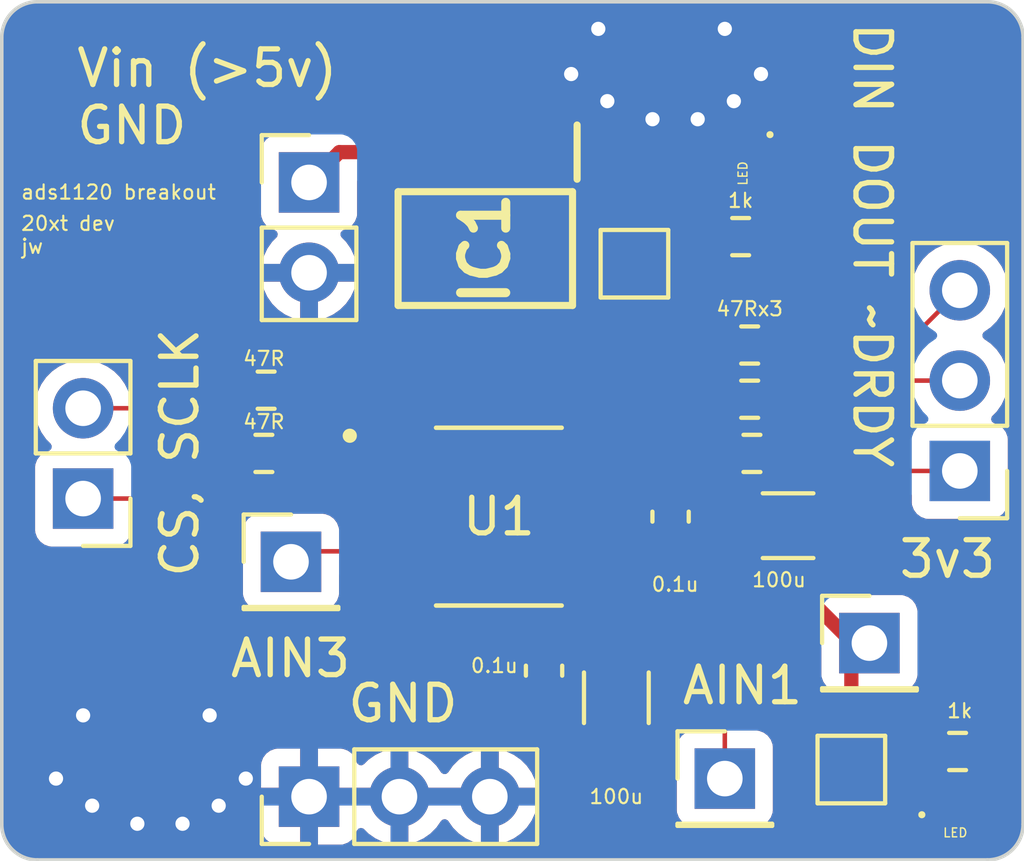
<source format=kicad_pcb>
(kicad_pcb (version 20221018) (generator pcbnew)
  (layers (0 "F.Cu" signal) (31 "B.Cu" signal) (34 "B.Paste" user) (35 "F.Paste" user) (36 "B.SilkS" user "B.Silkscreen") (37 "F.SilkS" user "F.Silkscreen") (38 "B.Mask" user) (39 "F.Mask" user) (44 "Edge.Cuts" user))
  (net 0 "")
  (net 1 "2.5v")
  (net 2 "GND")
  (net 6 "Vin")
  (net 10 "Net-(J1-Pin_1)")
  (net 11 "Net-(J1-Pin_2)")
  (net 12 "Net-(J3-Pin_1)")
  (net 13 "Net-(J4-Pin_1)")
  (net 14 "Net-(J5-Pin_1)")
  (net 15 "Net-(J5-Pin_2)")
  (net 16 "DIN")
  (net 17 "Net-(U1-~{CS})")
  (net 18 "Net-(U1-DIN)")
  (net 19 "Net-(U1-SCLK)")
  (net 20 "Net-(U1-~{DRDY})")
  (net 21 "Net-(U1-DOUT{slash}~DRDY)")
  (net 22 "3v3")
  (net 23 "Net-(D1-A)")
  (net 24 "Net-(D2-A)")
  (footprint "Connector_PinHeader_2.54mm:PinHeader_1x03_P2.54mm_Vertical" (layer "F.Cu") (at 137.922 94.488 90)
    (fp_text reference "J7" hide)
    (fp_text value "Conn_01x03" hide)
    (fp_line (start -1.33 -1.33) (end 0 -1.33) (stroke (width 0.12)) (layer "F.SilkS"))
    (fp_line (start -1.33 0) (end -1.33 -1.33) (stroke (width 0.12)) (layer "F.SilkS"))
    (fp_line (start -1.33 1.27) (end -1.33 6.41) (stroke (width 0.12)) (layer "F.SilkS"))
    (fp_line (start -1.33 1.27) (end 1.33 1.27) (stroke (width 0.12)) (layer "F.SilkS"))
    (fp_line (start -1.33 6.41) (end 1.33 6.41) (stroke (width 0.12)) (layer "F.SilkS"))
    (fp_line (start 1.33 1.27) (end 1.33 6.41) (stroke (width 0.12)) (layer "F.SilkS"))
    (pad "1" thru_hole rect (at 0 0 90) (size 1.7 1.7) (drill 1) (layers "*.Cu" "*.Mask") (net 2 "GND"))
    (pad "2" thru_hole oval (at 0 2.54 90) (size 1.7 1.7) (drill 1) (layers "*.Cu" "*.Mask") (net 2 "GND"))
    (pad "3" thru_hole oval (at 0 5.08 90) (size 1.7 1.7) (drill 1) (layers "*.Cu" "*.Mask") (net 2 "GND"))
  )
  (footprint "TestPoint:TestPoint_Pad_1.5x1.5mm" (layer "F.Cu") (at 147.066 79.502)
    (fp_text reference "TP2" hide)
    (fp_text value "TestPoint" hide)
    (fp_line (start -0.95 -0.95) (end 0.95 -0.95) (stroke (width 0.12)) (layer "F.SilkS"))
    (fp_line (start -0.95 0.95) (end -0.95 -0.95) (stroke (width 0.12)) (layer "F.SilkS"))
    (fp_line (start 0.95 -0.95) (end 0.95 0.95) (stroke (width 0.12)) (layer "F.SilkS"))
    (fp_line (start 0.95 0.95) (end -0.95 0.95) (stroke (width 0.12)) (layer "F.SilkS"))
    (pad "1" smd rect (at 0 0) (size 1.5 1.5) (layers "F.Cu" "F.Mask") (net 1 "2.5v"))
  )
  (footprint "Capacitor_SMD:C_1206_3216Metric" (layer "F.Cu") (at 151.384 86.868)
    (fp_text reference "C4" hide)
    (fp_text value "100u" hide)
    (fp_line (start -0.711252 -0.91) (end 0.711252 -0.91) (stroke (width 0.12)) (layer "F.SilkS"))
    (fp_line (start -0.711252 0.91) (end 0.711252 0.91) (stroke (width 0.12)) (layer "F.SilkS"))
    (pad "1" smd roundrect (at -1.475 0) (size 1.15 1.8) (layers "F.Cu" "F.Paste" "F.Mask") (roundrect_rratio 0.2173913043) (net 22 "3v3"))
    (pad "2" smd roundrect (at 1.475 0) (size 1.15 1.8) (layers "F.Cu" "F.Paste" "F.Mask") (roundrect_rratio 0.2173913043) (net 2 "GND"))
  )
  (footprint "Diode_SMD:D_0402_1005Metric" (layer "F.Cu") (at 156.233 94.996)
    (fp_text reference "D1" hide)
    (fp_text value "LED" hide)
    (fp_circle (center -1.09 0) (end -1.04 0) (stroke (width 0.1)) (fill none) (layer "F.SilkS"))
    (pad "1" smd roundrect (at -0.485 0) (size 0.59 0.64) (layers "F.Cu" "F.Paste" "F.Mask") (net 2 "GND"))
    (pad "2" smd roundrect (at 0.485 0) (size 0.59 0.64) (layers "F.Cu" "F.Paste" "F.Mask") (net 23 "Net-(D1-A)"))
  )
  (footprint "Resistor_SMD:R_0603_1608Metric" (layer "F.Cu") (at 136.715 83.058)
    (fp_text reference "R3" hide)
    (fp_text value "47" hide)
    (fp_line (start -0.237258 -0.5225) (end 0.237258 -0.5225) (stroke (width 0.12)) (layer "F.SilkS"))
    (fp_line (start -0.237258 0.5225) (end 0.237258 0.5225) (stroke (width 0.12)) (layer "F.SilkS"))
    (pad "1" smd roundrect (at -0.825 0) (size 0.8 0.95) (layers "F.Cu" "F.Paste" "F.Mask") (net 11 "Net-(J1-Pin_2)"))
    (pad "2" smd roundrect (at 0.825 0) (size 0.8 0.95) (layers "F.Cu" "F.Paste" "F.Mask") (net 19 "Net-(U1-SCLK)"))
  )
  (footprint "wireless_strain_gauge_v2:SOP65P640X120-16N" (layer "F.Cu") (at 143.256 86.614)
    (fp_text reference "U1" (at 0 0) (layer "F.SilkS"))
    (fp_text value "ADS1120IPWR" hide)
    (fp_line (start -1.765 -2.5) (end 1.765 -2.5) (stroke (width 0.127)) (layer "F.SilkS"))
    (fp_line (start 1.765 2.5) (end -1.765 2.5) (stroke (width 0.127)) (layer "F.SilkS"))
    (fp_circle (center -4.19 -2.275) (end -4.09 -2.275) (stroke (width 0.2)) (fill none) (layer "F.SilkS"))
    (pad "1" smd roundrect (at -2.87 -2.275) (size 1.57 0.41) (layers "F.Cu" "F.Paste" "F.Mask") (roundrect_rratio 0.05) (net 19 "Net-(U1-SCLK)"))
    (pad "2" smd roundrect (at -2.87 -1.625) (size 1.57 0.41) (layers "F.Cu" "F.Paste" "F.Mask") (roundrect_rratio 0.05) (net 17 "Net-(U1-~{CS})"))
    (pad "3" smd roundrect (at -2.87 -0.975) (size 1.57 0.41) (layers "F.Cu" "F.Paste" "F.Mask") (roundrect_rratio 0.05) (net 2 "GND"))
    (pad "4" smd roundrect (at -2.87 -0.325) (size 1.57 0.41) (layers "F.Cu" "F.Paste" "F.Mask") (roundrect_rratio 0.05) (net 2 "GND"))
    (pad "5" smd roundrect (at -2.87 0.325) (size 1.57 0.41) (layers "F.Cu" "F.Paste" "F.Mask") (roundrect_rratio 0.05) (net 2 "GND"))
    (pad "6" smd roundrect (at -2.87 0.975) (size 1.57 0.41) (layers "F.Cu" "F.Paste" "F.Mask") (roundrect_rratio 0.05) (net 13 "Net-(J4-Pin_1)"))
    (pad "7" smd roundrect (at -2.87 1.625) (size 1.57 0.41) (layers "F.Cu" "F.Paste" "F.Mask") (roundrect_rratio 0.05) (net 2 "GND"))
    (pad "8" smd roundrect (at -2.87 2.275) (size 1.57 0.41) (layers "F.Cu" "F.Paste" "F.Mask") (roundrect_rratio 0.05) (net 2 "GND"))
    (pad "9" smd roundrect (at 2.87 2.275) (size 1.57 0.41) (layers "F.Cu" "F.Paste" "F.Mask") (roundrect_rratio 0.05) (net 1 "2.5v"))
    (pad "10" smd roundrect (at 2.87 1.625) (size 1.57 0.41) (layers "F.Cu" "F.Paste" "F.Mask") (roundrect_rratio 0.05) (net 12 "Net-(J3-Pin_1)"))
    (pad "11" smd roundrect (at 2.87 0.975) (size 1.57 0.41) (layers "F.Cu" "F.Paste" "F.Mask") (roundrect_rratio 0.05) (net 2 "GND"))
    (pad "12" smd roundrect (at 2.87 0.325) (size 1.57 0.41) (layers "F.Cu" "F.Paste" "F.Mask") (roundrect_rratio 0.05) (net 1 "2.5v"))
    (pad "13" smd roundrect (at 2.87 -0.325) (size 1.57 0.41) (layers "F.Cu" "F.Paste" "F.Mask") (roundrect_rratio 0.05) (net 22 "3v3"))
    (pad "14" smd roundrect (at 2.87 -0.975) (size 1.57 0.41) (layers "F.Cu" "F.Paste" "F.Mask") (roundrect_rratio 0.05) (net 20 "Net-(U1-~{DRDY})"))
    (pad "15" smd roundrect (at 2.87 -1.625) (size 1.57 0.41) (layers "F.Cu" "F.Paste" "F.Mask") (roundrect_rratio 0.05) (net 21 "Net-(U1-DOUT{slash}~DRDY)"))
    (pad "16" smd roundrect (at 2.87 -2.275) (size 1.57 0.41) (layers "F.Cu" "F.Paste" "F.Mask") (roundrect_rratio 0.05) (net 18 "Net-(U1-DIN)"))
  )
  (footprint "Capacitor_SMD:C_0603_1608Metric" (layer "F.Cu") (at 144.526 90.945 90)
    (fp_text reference "C2" hide)
    (fp_text value "0.1u" hide)
    (fp_line (start -0.14058 -0.51) (end 0.14058 -0.51) (stroke (width 0.12)) (layer "F.SilkS"))
    (fp_line (start -0.14058 0.51) (end 0.14058 0.51) (stroke (width 0.12)) (layer "F.SilkS"))
    (pad "1" smd roundrect (at -0.775 0 90) (size 0.9 0.95) (layers "F.Cu" "F.Paste" "F.Mask") (net 2 "GND"))
    (pad "2" smd roundrect (at 0.775 0 90) (size 0.9 0.95) (layers "F.Cu" "F.Paste" "F.Mask") (net 1 "2.5v"))
  )
  (footprint "Resistor_SMD:R_0603_1608Metric" (layer "F.Cu") (at 150.305 83.312)
    (fp_text reference "R5" hide)
    (fp_text value "47" hide)
    (fp_line (start -0.237258 -0.5225) (end 0.237258 -0.5225) (stroke (width 0.12)) (layer "F.SilkS"))
    (fp_line (start -0.237258 0.5225) (end 0.237258 0.5225) (stroke (width 0.12)) (layer "F.SilkS"))
    (pad "1" smd roundrect (at -0.825 0) (size 0.8 0.95) (layers "F.Cu" "F.Paste" "F.Mask") (net 21 "Net-(U1-DOUT{slash}~DRDY)"))
    (pad "2" smd roundrect (at 0.825 0) (size 0.8 0.95) (layers "F.Cu" "F.Paste" "F.Mask") (net 15 "Net-(J5-Pin_2)"))
  )
  (footprint "Resistor_SMD:R_0603_1608Metric" (layer "F.Cu") (at 136.652 84.836)
    (fp_text reference "R1" hide)
    (fp_text value "47" hide)
    (fp_line (start -0.237258 -0.5225) (end 0.237258 -0.5225) (stroke (width 0.12)) (layer "F.SilkS"))
    (fp_line (start -0.237258 0.5225) (end 0.237258 0.5225) (stroke (width 0.12)) (layer "F.SilkS"))
    (pad "1" smd roundrect (at -0.825 0) (size 0.8 0.95) (layers "F.Cu" "F.Paste" "F.Mask") (net 10 "Net-(J1-Pin_1)"))
    (pad "2" smd roundrect (at 0.825 0) (size 0.8 0.95) (layers "F.Cu" "F.Paste" "F.Mask") (net 17 "Net-(U1-~{CS})"))
  )
  (footprint "Resistor_SMD:R_0603_1608Metric" (layer "F.Cu") (at 150.305 81.788 180)
    (fp_text reference "R2" hide)
    (fp_text value "47" hide)
    (fp_line (start -0.237258 -0.5225) (end 0.237258 -0.5225) (stroke (width 0.12)) (layer "F.SilkS"))
    (fp_line (start -0.237258 0.5225) (end 0.237258 0.5225) (stroke (width 0.12)) (layer "F.SilkS"))
    (pad "1" smd roundrect (at -0.825 0 180) (size 0.8 0.95) (layers "F.Cu" "F.Paste" "F.Mask") (net 16 "DIN"))
    (pad "2" smd roundrect (at 0.825 0 180) (size 0.8 0.95) (layers "F.Cu" "F.Paste" "F.Mask") (net 18 "Net-(U1-DIN)"))
  )
  (footprint "Connector_PinHeader_2.54mm:PinHeader_1x02_P2.54mm_Vertical" (layer "F.Cu") (at 137.922 77.216)
    (fp_text reference "J2" hide)
    (fp_text value "Conn_01x02" hide)
    (fp_line (start -1.33 -1.33) (end 0 -1.33) (stroke (width 0.12)) (layer "F.SilkS"))
    (fp_line (start -1.33 0) (end -1.33 -1.33) (stroke (width 0.12)) (layer "F.SilkS"))
    (fp_line (start -1.33 1.27) (end -1.33 3.87) (stroke (width 0.12)) (layer "F.SilkS"))
    (fp_line (start -1.33 1.27) (end 1.33 1.27) (stroke (width 0.12)) (layer "F.SilkS"))
    (fp_line (start -1.33 3.87) (end 1.33 3.87) (stroke (width 0.12)) (layer "F.SilkS"))
    (fp_line (start 1.33 1.27) (end 1.33 3.87) (stroke (width 0.12)) (layer "F.SilkS"))
    (pad "1" thru_hole rect (at 0 0) (size 1.7 1.7) (drill 1) (layers "*.Cu" "*.Mask") (net 6 "Vin"))
    (pad "2" thru_hole oval (at 0 2.54) (size 1.7 1.7) (drill 1) (layers "*.Cu" "*.Mask") (net 2 "GND"))
  )
  (footprint "Connector_PinHeader_2.54mm:PinHeader_1x03_P2.54mm_Vertical" (layer "F.Cu") (at 156.21 85.329 180)
    (fp_text reference "J5" hide)
    (fp_text value "Conn_01x03" hide)
    (fp_line (start -1.33 -1.33) (end 0 -1.33) (stroke (width 0.12)) (layer "F.SilkS"))
    (fp_line (start -1.33 0) (end -1.33 -1.33) (stroke (width 0.12)) (layer "F.SilkS"))
    (fp_line (start -1.33 1.27) (end -1.33 6.41) (stroke (width 0.12)) (layer "F.SilkS"))
    (fp_line (start -1.33 1.27) (end 1.33 1.27) (stroke (width 0.12)) (layer "F.SilkS"))
    (fp_line (start -1.33 6.41) (end 1.33 6.41) (stroke (width 0.12)) (layer "F.SilkS"))
    (fp_line (start 1.33 1.27) (end 1.33 6.41) (stroke (width 0.12)) (layer "F.SilkS"))
    (pad "1" thru_hole rect (at 0 0 180) (size 1.7 1.7) (drill 1) (layers "*.Cu" "*.Mask") (net 14 "Net-(J5-Pin_1)"))
    (pad "2" thru_hole oval (at 0 2.54 180) (size 1.7 1.7) (drill 1) (layers "*.Cu" "*.Mask") (net 15 "Net-(J5-Pin_2)"))
    (pad "3" thru_hole oval (at 0 5.08 180) (size 1.7 1.7) (drill 1) (layers "*.Cu" "*.Mask") (net 16 "DIN"))
  )
  (footprint "Connector_PinHeader_2.54mm:PinHeader_1x02_P2.54mm_Vertical" (layer "F.Cu") (at 131.572 86.106 180)
    (fp_text reference "J1" hide)
    (fp_text value "Conn_01x02" hide)
    (fp_line (start -1.33 -1.33) (end 0 -1.33) (stroke (width 0.12)) (layer "F.SilkS"))
    (fp_line (start -1.33 0) (end -1.33 -1.33) (stroke (width 0.12)) (layer "F.SilkS"))
    (fp_line (start -1.33 1.27) (end -1.33 3.87) (stroke (width 0.12)) (layer "F.SilkS"))
    (fp_line (start -1.33 1.27) (end 1.33 1.27) (stroke (width 0.12)) (layer "F.SilkS"))
    (fp_line (start -1.33 3.87) (end 1.33 3.87) (stroke (width 0.12)) (layer "F.SilkS"))
    (fp_line (start 1.33 1.27) (end 1.33 3.87) (stroke (width 0.12)) (layer "F.SilkS"))
    (pad "1" thru_hole rect (at 0 0 180) (size 1.7 1.7) (drill 1) (layers "*.Cu" "*.Mask") (net 10 "Net-(J1-Pin_1)"))
    (pad "2" thru_hole oval (at 0 2.54 180) (size 1.7 1.7) (drill 1) (layers "*.Cu" "*.Mask") (net 11 "Net-(J1-Pin_2)"))
  )
  (footprint "Resistor_SMD:R_0603_1608Metric" (layer "F.Cu") (at 156.147 93.218)
    (fp_text reference "R6" hide)
    (fp_text value "1k" (at 0.063 -1.143) (layer "F.SilkS") (effects (font (size 0.4 0.4) (thickness 0.06))))
    (fp_line (start -0.237258 -0.5225) (end 0.237258 -0.5225) (stroke (width 0.12)) (layer "F.SilkS"))
    (fp_line (start -0.237258 0.5225) (end 0.237258 0.5225) (stroke (width 0.12)) (layer "F.SilkS"))
    (pad "1" smd roundrect (at -0.825 0) (size 0.8 0.95) (layers "F.Cu" "F.Paste" "F.Mask") (net 22 "3v3"))
    (pad "2" smd roundrect (at 0.825 0) (size 0.8 0.95) (layers "F.Cu" "F.Paste" "F.Mask") (net 23 "Net-(D1-A)"))
  )
  (footprint "Connector_PinHeader_2.54mm:PinHeader_1x01_P2.54mm_Vertical" (layer "F.Cu") (at 153.67 90.17)
    (fp_text reference "J6" hide)
    (fp_text value "Conn_01x01" hide)
    (fp_line (start -1.33 -1.33) (end 0 -1.33) (stroke (width 0.12)) (layer "F.SilkS"))
    (fp_line (start -1.33 0) (end -1.33 -1.33) (stroke (width 0.12)) (layer "F.SilkS"))
    (fp_line (start -1.33 1.27) (end -1.33 1.33) (stroke (width 0.12)) (layer "F.SilkS"))
    (fp_line (start -1.33 1.27) (end 1.33 1.27) (stroke (width 0.12)) (layer "F.SilkS"))
    (fp_line (start -1.33 1.33) (end 1.33 1.33) (stroke (width 0.12)) (layer "F.SilkS"))
    (fp_line (start 1.33 1.27) (end 1.33 1.33) (stroke (width 0.12)) (layer "F.SilkS"))
    (pad "1" thru_hole rect (at 0 0) (size 1.7 1.7) (drill 1) (layers "*.Cu" "*.Mask") (net 22 "3v3"))
  )
  (footprint "Capacitor_SMD:C_0603_1608Metric" (layer "F.Cu") (at 148.082 86.614 90)
    (fp_text reference "C3" hide)
    (fp_text value "0.1u" (at -1.905 0.127 180) (layer "F.SilkS") (effects (font (size 0.4 0.4) (thickness 0.06))))
    (fp_line (start -0.14058 -0.51) (end 0.14058 -0.51) (stroke (width 0.12)) (layer "F.SilkS"))
    (fp_line (start -0.14058 0.51) (end 0.14058 0.51) (stroke (width 0.12)) (layer "F.SilkS"))
    (pad "1" smd roundrect (at -0.775 0 90) (size 0.9 0.95) (layers "F.Cu" "F.Paste" "F.Mask") (net 2 "GND"))
    (pad "2" smd roundrect (at 0.775 0 90) (size 0.9 0.95) (layers "F.Cu" "F.Paste" "F.Mask") (net 22 "3v3"))
  )
  (footprint "Capacitor_SMD:C_1206_3216Metric" (layer "F.Cu") (at 146.558 91.707 -90)
    (fp_text reference "C1" hide)
    (fp_text value "100u" (at 2.781 0 180) (layer "F.SilkS") (effects (font (size 0.4 0.4) (thickness 0.06))))
    (fp_line (start -0.711252 -0.91) (end 0.711252 -0.91) (stroke (width 0.12)) (layer "F.SilkS"))
    (fp_line (start -0.711252 0.91) (end 0.711252 0.91) (stroke (width 0.12)) (layer "F.SilkS"))
    (pad "1" smd roundrect (at -1.475 0 270) (size 1.15 1.8) (layers "F.Cu" "F.Paste" "F.Mask") (roundrect_rratio 0.2173913043) (net 1 "2.5v"))
    (pad "2" smd roundrect (at 1.475 0 270) (size 1.15 1.8) (layers "F.Cu" "F.Paste" "F.Mask") (roundrect_rratio 0.2173913043) (net 2 "GND"))
  )
  (footprint "TestPoint:TestPoint_Pad_1.5x1.5mm" (layer "F.Cu") (at 153.162 93.726)
    (fp_text reference "TP1" hide)
    (fp_text value "TestPoint" hide)
    (fp_line (start -0.95 -0.95) (end 0.95 -0.95) (stroke (width 0.12)) (layer "F.SilkS"))
    (fp_line (start -0.95 0.95) (end -0.95 -0.95) (stroke (width 0.12)) (layer "F.SilkS"))
    (fp_line (start 0.95 -0.95) (end 0.95 0.95) (stroke (width 0.12)) (layer "F.SilkS"))
    (fp_line (start 0.95 0.95) (end -0.95 0.95) (stroke (width 0.12)) (layer "F.SilkS"))
    (pad "1" smd rect (at 0 0) (size 1.5 1.5) (layers "F.Cu" "F.Mask") (net 22 "3v3"))
  )
  (footprint "Connector_PinHeader_2.54mm:PinHeader_1x01_P2.54mm_Vertical" (layer "F.Cu") (at 137.414 87.884)
    (fp_text reference "J4" hide)
    (fp_text value "Conn_01x01" hide)
    (fp_line (start -1.33 -1.33) (end 0 -1.33) (stroke (width 0.12)) (layer "F.SilkS"))
    (fp_line (start -1.33 0) (end -1.33 -1.33) (stroke (width 0.12)) (layer "F.SilkS"))
    (fp_line (start -1.33 1.27) (end -1.33 1.33) (stroke (width 0.12)) (layer "F.SilkS"))
    (fp_line (start -1.33 1.27) (end 1.33 1.27) (stroke (width 0.12)) (layer "F.SilkS"))
    (fp_line (start -1.33 1.33) (end 1.33 1.33) (stroke (width 0.12)) (layer "F.SilkS"))
    (fp_line (start 1.33 1.27) (end 1.33 1.33) (stroke (width 0.12)) (layer "F.SilkS"))
    (pad "1" thru_hole rect (at 0 0) (size 1.7 1.7) (drill 1) (layers "*.Cu" "*.Mask") (net 13 "Net-(J4-Pin_1)"))
  )
  (footprint "Resistor_SMD:R_0603_1608Metric" (layer "F.Cu") (at 150.368 84.836 180)
    (fp_text reference "R4" hide)
    (fp_text value "47" hide)
    (fp_line (start -0.237258 -0.5225) (end 0.237258 -0.5225) (stroke (width 0.12)) (layer "F.SilkS"))
    (fp_line (start -0.237258 0.5225) (end 0.237258 0.5225) (stroke (width 0.12)) (layer "F.SilkS"))
    (pad "1" smd roundrect (at -0.825 0 180) (size 0.8 0.95) (layers "F.Cu" "F.Paste" "F.Mask") (net 14 "Net-(J5-Pin_1)"))
    (pad "2" smd roundrect (at 0.825 0 180) (size 0.8 0.95) (layers "F.Cu" "F.Paste" "F.Mask") (net 20 "Net-(U1-~{DRDY})"))
  )
  (footprint "Resistor_SMD:R_0603_1608Metric" (layer "F.Cu") (at 150.051 78.74)
    (fp_text reference "R7" hide)
    (fp_text value "1k" (at 0 -1.016) (layer "F.SilkS") (effects (font (size 0.4 0.4) (thickness 0.06))))
    (fp_line (start -0.237258 -0.5225) (end 0.237258 -0.5225) (stroke (width 0.12)) (layer "F.SilkS"))
    (fp_line (start -0.237258 0.5225) (end 0.237258 0.5225) (stroke (width 0.12)) (layer "F.SilkS"))
    (pad "1" smd roundrect (at -0.825 0) (size 0.8 0.95) (layers "F.Cu" "F.Paste" "F.Mask") (net 1 "2.5v"))
    (pad "2" smd roundrect (at 0.825 0) (size 0.8 0.95) (layers "F.Cu" "F.Paste" "F.Mask") (net 24 "Net-(D2-A)"))
  )
  (footprint "Diode_SMD:D_0402_1005Metric" (layer "F.Cu") (at 150.876 76.962 -90)
    (fp_text reference "D2" hide)
    (fp_text value "LED" hide)
    (fp_text user "LED" (at 0 0.762 90) (layer "F.SilkS") (effects (font (size 0.25 0.25) (thickness 0.04))))
    (fp_circle (center -1.09 0) (end -1.04 0) (stroke (width 0.1)) (fill none) (layer "F.SilkS"))
    (pad "1" smd roundrect (at -0.485 0 270) (size 0.59 0.64) (layers "F.Cu" "F.Paste" "F.Mask") (net 2 "GND"))
    (pad "2" smd roundrect (at 0.485 0 270) (size 0.59 0.64) (layers "F.Cu" "F.Paste" "F.Mask") (net 24 "Net-(D2-A)"))
  )
  (footprint "wireless_strain_gauge_v2:SOIC127P599X175-8N" (layer "F.Cu") (at 142.875 79.076 -90)
    (fp_text reference "IC1" (at 0 0 90) (layer "F.SilkS") (effects (font (size 1.27 1.27) (thickness 0.254))))
    (fp_text value "LT1009S8#PBF" hide)
    (fp_line (start -3.475 -2.58) (end -1.95 -2.58) (stroke (width 0.2)) (layer "F.SilkS"))
    (fp_line (start -1.6 -2.451) (end 1.6 -2.451) (stroke (width 0.2)) (layer "F.SilkS"))
    (fp_line (start -1.6 2.451) (end -1.6 -2.451) (stroke (width 0.2)) (layer "F.SilkS"))
    (fp_line (start 1.6 -2.451) (end 1.6 2.451) (stroke (width 0.2)) (layer "F.SilkS"))
    (fp_line (start 1.6 2.451) (end -1.6 2.451) (stroke (width 0.2)) (layer "F.SilkS"))
    (pad "1" smd rect (at -2.712 -1.905) (size 0.65 1.526) (layers "F.Cu" "F.Paste" "F.Mask"))
    (pad "2" smd rect (at -2.712 -0.635) (size 0.65 1.526) (layers "F.Cu" "F.Paste" "F.Mask"))
    (pad "3" smd rect (at -2.712 0.635) (size 0.65 1.526) (layers "F.Cu" "F.Paste" "F.Mask"))
    (pad "4" smd rect (at -2.712 1.905) (size 0.65 1.526) (layers "F.Cu" "F.Paste" "F.Mask") (net 6 "Vin"))
    (pad "5" smd rect (at 2.712 1.905) (size 0.65 1.526) (layers "F.Cu" "F.Paste" "F.Mask"))
    (pad "6" smd rect (at 2.712 0.635) (size 0.65 1.526) (layers "F.Cu" "F.Paste" "F.Mask"))
    (pad "7" smd rect (at 2.712 -0.635) (size 0.65 1.526) (layers "F.Cu" "F.Paste" "F.Mask"))
    (pad "8" smd rect (at 2.712 -1.905) (size 0.65 1.526) (layers "F.Cu" "F.Paste" "F.Mask") (net 1 "2.5v"))
  )
  (footprint "Connector_PinHeader_2.54mm:PinHeader_1x01_P2.54mm_Vertical" (layer "F.Cu") (at 149.606 93.98)
    (fp_text reference "J3" hide)
    (fp_text value "Conn_01x01" hide)
    (fp_line (start -1.33 -1.33) (end 0 -1.33) (stroke (width 0.12)) (layer "F.SilkS"))
    (fp_line (start -1.33 0) (end -1.33 -1.33) (stroke (width 0.12)) (layer "F.SilkS"))
    (fp_line (start -1.33 1.27) (end -1.33 1.33) (stroke (width 0.12)) (layer "F.SilkS"))
    (fp_line (start -1.33 1.27) (end 1.33 1.27) (stroke (width 0.12)) (layer "F.SilkS"))
    (fp_line (start -1.33 1.33) (end 1.33 1.33) (stroke (width 0.12)) (layer "F.SilkS"))
    (fp_line (start 1.33 1.27) (end 1.33 1.33) (stroke (width 0.12)) (layer "F.SilkS"))
    (pad "1" thru_hole rect (at 0 0) (size 1.7 1.7) (drill 1) (layers "*.Cu" "*.Mask") (net 12 "Net-(J3-Pin_1)"))
  )
  (gr_arc (start 156.988 72.136) (mid 157.695107 72.428893) (end 157.988 73.136) (stroke (width 0.1)) (layer "Edge.Cuts"))
  (gr_line (start 129.286 73.136) (end 129.286 95.266) (stroke (width 0.1)) (layer "Edge.Cuts"))
  (gr_arc (start 130.286 96.266) (mid 129.578893 95.973107) (end 129.286 95.266) (stroke (width 0.1)) (layer "Edge.Cuts"))
  (gr_line (start 156.988 72.136) (end 130.286 72.136) (stroke (width 0.1)) (layer "Edge.Cuts"))
  (gr_arc (start 129.286 73.136) (mid 129.578893 72.428893) (end 130.286 72.136) (stroke (width 0.1)) (layer "Edge.Cuts"))
  (gr_line (start 130.286 96.266) (end 156.988 96.266) (stroke (width 0.1)) (layer "Edge.Cuts"))
  (gr_arc (start 157.988 95.266) (mid 157.695107 95.973107) (end 156.988 96.266) (stroke (width 0.1)) (layer "Edge.Cuts"))
  (gr_line (start 157.988 95.266) (end 157.988 73.136) (stroke (width 0.1)) (layer "Edge.Cuts"))
  (gr_text "ads1120 breakout" (at 129.794 77.724) (layer "F.SilkS") (effects (font (size 0.4 0.4) (thickness 0.06)) (justify left bottom)))
  (gr_text "100u" (at 151.13 88.392) (layer "F.SilkS") (effects (font (size 0.4 0.4) (thickness 0.06))))
  (gr_text "GND" (at 138.938 92.456) (layer "F.SilkS") (effects (font (size 1 1)) (justify left bottom)))
  (gr_text "47Rx3" (at 150.305 80.772) (layer "F.SilkS") (effects (font (size 0.4 0.4) (thickness 0.06))))
  (gr_text "AIN3" (at 135.636 91.186) (layer "F.SilkS") (effects (font (size 1 1)) (justify left bottom)))
  (gr_text "3v3" (at 154.432 88.392) (layer "F.SilkS") (effects (font (size 1 1)) (justify left bottom)))
  (gr_text "47R" (at 136.652 82.169) (layer "F.SilkS") (effects (font (size 0.4 0.4) (thickness 0.06))))
  (gr_text "20xt dev\njw" (at 129.794 79.248) (layer "F.SilkS") (effects (font (size 0.4 0.4) (thickness 0.06)) (justify left bottom)))
  (gr_text "CS, SCLK" (at 134.874 88.392 90) (layer "F.SilkS") (effects (font (size 1 1)) (justify left bottom)))
  (gr_text "LED" (at 156.083 95.504) (layer "F.SilkS") (effects (font (size 0.25 0.25) (thickness 0.04))))
  (gr_text "47R" (at 136.652 83.947) (layer "F.SilkS") (effects (font (size 0.4 0.4) (thickness 0.06))))
  (gr_text "Vin (>5v)\nGND" (at 131.318 76.2) (layer "F.SilkS") (effects (font (size 1 1)) (justify left bottom)))
  (gr_text "AIN1" (at 148.336 91.948) (layer "F.SilkS") (effects (font (size 1 1)) (justify left bottom)))
  (gr_text "0.1u" (at 143.129 90.805) (layer "F.SilkS") (effects (font (size 0.4 0.4) (thickness 0.06))))
  (gr_text "DIN DOUT ~DRDY" (at 153.162 72.644 -90) (layer "F.SilkS") (effects (font (size 1 1)) (justify left bottom)))
  (segment (start 147.066 79.502) (end 148.464 79.502) (width 0.4) (layer "F.Cu") (net 1))
  (segment (start 144.78 81.788) (end 144.78 86.576677) (width 0.4) (layer "F.Cu") (net 1))
  (segment (start 145.232323 88.889) (end 144.941 88.597677) (width 0.4) (layer "F.Cu") (net 1))
  (segment (start 145.807 88.889) (end 144.526 90.17) (width 0.4) (layer "F.Cu") (net 1))
  (segment (start 144.941 87.230323) (end 145.232323 86.939) (width 0.4) (layer "F.Cu") (net 1))
  (segment (start 144.78 81.788) (end 147.066 79.502) (width 0.4) (layer "F.Cu") (net 1))
  (segment (start 148.464 79.502) (end 149.226 78.74) (width 0.4) (layer "F.Cu") (net 1))
  (segment (start 146.126 88.889) (end 145.232323 88.889) (width 0.4) (layer "F.Cu") (net 1))
  (segment (start 145.232323 86.939) (end 146.126 86.939) (width 0.4) (layer "F.Cu") (net 1))
  (segment (start 144.78 86.576677) (end 145.142323 86.939) (width 0.4) (layer "F.Cu") (net 1))
  (segment (start 145.142323 86.939) (end 146.126 86.939) (width 0.4) (layer "F.Cu") (net 1))
  (segment (start 144.941 88.597677) (end 144.941 87.230323) (width 0.4) (layer "F.Cu") (net 1))
  (segment (start 146.126 89.8) (end 146.558 90.232) (width 0.4) (layer "F.Cu") (net 1))
  (segment (start 146.126 88.889) (end 146.126 89.8) (width 0.4) (layer "F.Cu") (net 1))
  (segment (start 146.126 87.589) (end 147.882 87.589) (width 0.4) (layer "F.Cu") (net 2))
  (via (at 131.572 92.202) (size 0.8) (drill 0.4) (layers "F.Cu" "B.Cu") (net 2))
  (via (at 149.606 72.898) (size 0.8) (drill 0.4) (layers "F.Cu" "B.Cu") (net 2))
  (via (at 136.144 93.98) (size 0.8) (drill 0.4) (layers "F.Cu" "B.Cu") (net 2))
  (via (at 130.81 93.98) (size 0.8) (drill 0.4) (layers "F.Cu" "B.Cu") (net 2))
  (via (at 135.382 94.742) (size 0.8) (drill 0.4) (layers "F.Cu" "B.Cu") (net 2))
  (via (at 134.366 95.25) (size 0.8) (drill 0.4) (layers "F.Cu" "B.Cu") (net 2))
  (via (at 146.05 72.898) (size 0.8) (drill 0.4) (layers "F.Cu" "B.Cu") (net 2))
  (via (at 147.574 75.438) (size 0.8) (drill 0.4) (layers "F.Cu" "B.Cu") (net 2))
  (via (at 133.096 95.25) (size 0.8) (drill 0.4) (layers "F.Cu" "B.Cu") (net 2))
  (via (at 146.304 74.93) (size 0.8) (drill 0.4) (layers "F.Cu" "B.Cu") (net 2))
  (via (at 145.288 74.168) (size 0.8) (drill 0.4) (layers "F.Cu" "B.Cu") (net 2))
  (via (at 149.86 74.93) (size 0.8) (drill 0.4) (layers "F.Cu" "B.Cu") (net 2))
  (via (at 150.622 74.168) (size 0.8) (drill 0.4) (layers "F.Cu" "B.Cu") (net 2))
  (via (at 135.128 92.202) (size 0.8) (drill 0.4) (layers "F.Cu" "B.Cu") (net 2))
  (via (at 148.844 75.438) (size 0.8) (drill 0.4) (layers "F.Cu" "B.Cu") (net 2))
  (via (at 131.826 94.742) (size 0.8) (drill 0.4) (layers "F.Cu" "B.Cu") (net 2))
  (segment (start 138.774 76.364) (end 137.922 77.216) (width 0.4) (layer "F.Cu") (net 6))
  (segment (start 140.97 76.364) (end 138.774 76.364) (width 0.4) (layer "F.Cu") (net 6))
  (segment (start 135.827 84.836) (end 134.557 86.106) (width 0.127) (layer "F.Cu") (net 10))
  (segment (start 134.557 86.106) (end 131.572 86.106) (width 0.127) (layer "F.Cu") (net 10))
  (segment (start 131.572 83.566) (end 135.382 83.566) (width 0.127) (layer "F.Cu") (net 11))
  (segment (start 135.382 83.566) (end 135.89 83.058) (width 0.127) (layer "F.Cu") (net 11))
  (segment (start 146.826637 88.239) (end 149.606 91.018363) (width 0.127) (layer "F.Cu") (net 12))
  (segment (start 149.606 91.018363) (end 149.606 93.98) (width 0.127) (layer "F.Cu") (net 12))
  (segment (start 137.709 87.589) (end 140.386 87.589) (width 0.127) (layer "F.Cu") (net 13))
  (segment (start 156.21 85.329) (end 151.686 85.329) (width 0.127) (layer "F.Cu") (net 14))
  (segment (start 151.686 85.329) (end 151.193 84.836) (width 0.127) (layer "F.Cu") (net 14))
  (segment (start 151.13 83.312) (end 151.653 82.789) (width 0.127) (layer "F.Cu") (net 15))
  (segment (start 151.653 82.789) (end 156.21 82.789) (width 0.127) (layer "F.Cu") (net 15))
  (segment (start 154.671 81.788) (end 156.21 80.249) (width 0.127) (layer "F.Cu") (net 16))
  (segment (start 151.13 81.788) (end 154.671 81.788) (width 0.127) (layer "F.Cu") (net 16))
  (segment (start 140.233 84.836) (end 140.386 84.989) (width 0.127) (layer "F.Cu") (net 17))
  (segment (start 137.477 84.836) (end 140.233 84.836) (width 0.127) (layer "F.Cu") (net 17))
  (segment (start 149.48 81.788) (end 147.765 81.788) (width 0.127) (layer "F.Cu") (net 18))
  (segment (start 147.765 81.788) (end 146.126 83.427) (width 0.127) (layer "F.Cu") (net 18))
  (segment (start 146.126 83.427) (end 146.126 84.339) (width 0.127) (layer "F.Cu") (net 18))
  (segment (start 137.54 83.058) (end 139.105 83.058) (width 0.127) (layer "F.Cu") (net 19))
  (segment (start 139.105 83.058) (end 140.386 84.339) (width 0.127) (layer "F.Cu") (net 19))
  (segment (start 147.116157 85.639) (end 147.873579 84.881579) (width 0.127) (layer "F.Cu") (net 20))
  (segment (start 147.919158 84.836) (end 147.873579 84.881579) (width 0.127) (layer "F.Cu") (net 20))
  (segment (start 146.126 85.639) (end 147.116157 85.639) (width 0.127) (layer "F.Cu") (net 20))
  (segment (start 149.543 84.836) (end 147.919158 84.836) (width 0.127) (layer "F.Cu") (net 20))
  (segment (start 147.873579 84.881579) (end 147.919157 84.836) (width 0.127) (layer "F.Cu") (net 20))
  (segment (start 146.826637 84.989) (end 147.32 84.495637) (width 0.127) (layer "F.Cu") (net 21))
  (segment (start 147.32 83.948) (end 147.956 83.312) (width 0.127) (layer "F.Cu") (net 21))
  (segment (start 149.48 83.312) (end 147.956 83.312) (width 0.127) (layer "F.Cu") (net 21))
  (segment (start 147.32 84.495637) (end 147.32 83.948) (width 0.127) (layer "F.Cu") (net 21))
  (segment (start 154.814 93.726) (end 155.322 93.218) (width 0.4) (layer "F.Cu") (net 22))
  (segment (start 153.162 93.726) (end 154.814 93.726) (width 0.4) (layer "F.Cu") (net 22))
  (segment (start 147.632 86.289) (end 148.082 85.839) (width 0.4) (layer "F.Cu") (net 22))
  (segment (start 146.126 86.289) (end 147.632 86.289) (width 0.4) (layer "F.Cu") (net 22))
  (segment (start 149.909 86.868) (end 153.211 90.17) (width 0.4) (layer "F.Cu") (net 22))
  (segment (start 148.88 85.839) (end 148.082 85.839) (width 0.4) (layer "F.Cu") (net 22))
  (segment (start 149.909 86.868) (end 148.88 85.839) (width 0.4) (layer "F.Cu") (net 22))
  (segment (start 153.162 93.726) (end 153.162 90.678) (width 0.4) (layer "F.Cu") (net 22))
  (segment (start 156.718 94.996) (end 156.972 94.742) (width 0.127) (layer "F.Cu") (net 23))
  (segment (start 156.972 94.742) (end 156.972 93.218) (width 0.127) (layer "F.Cu") (net 23))
  (segment (start 150.876 78.74) (end 150.876 77.447) (width 0.4) (layer "F.Cu") (net 24))
  (zone (net 2) (net_name "GND") (layer "F.Cu") (connect_pads (clearance 0.5)) (min_thickness 0.25) (fill yes (thermal_gap 0.5) (thermal_bridge_width 0.5))
    (polygon (pts (xy 129.286 72.136) (xy 157.988 72.136) (xy 157.988 96.266) (xy 129.286 96.266)))
  )
  (zone (net 2) (net_name "GND") (layer "B.Cu") (priority 1) (connect_pads (clearance 0.5)) (min_thickness 0.25) (fill yes (thermal_gap 0.5) (thermal_bridge_width 0.5))
    (polygon (pts (xy 129.286 72.136) (xy 157.988 72.136) (xy 157.988 96.266) (xy 129.286 96.266)))
  )
)
</source>
